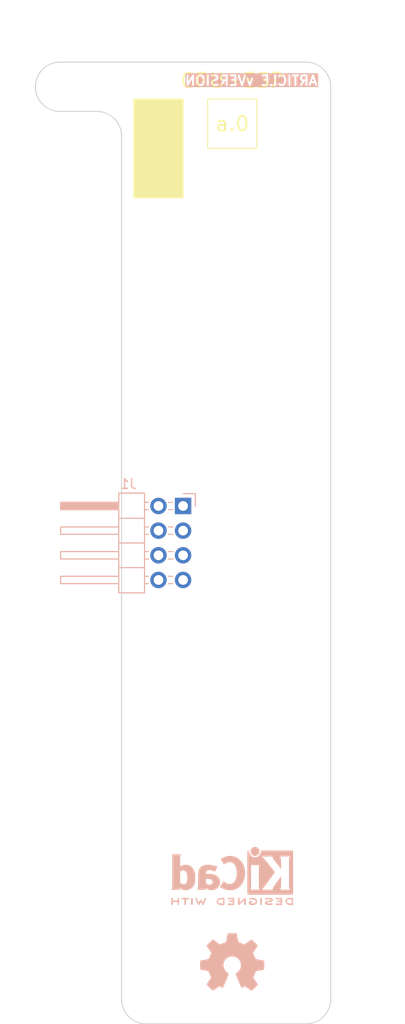
<source format=kicad_pcb>
(kicad_pcb (version 20240108) (generator "pcbnew") (generator_version "8.0")
  (title_block (title "${article} v${version}"))
  (layers (0 "F.Cu" signal) (31 "B.Cu" signal) (34 "B.Paste" user) (35 "F.Paste" user) (36 "B.SilkS" user "B.Silkscreen") (37 "F.SilkS" user "F.Silkscreen") (38 "B.Mask" user) (39 "F.Mask" user) (44 "Edge.Cuts" user))
  (property "article" "ARTICLE")
  (property "version" "VERSION")
  (net 0 "")
  (net 1 "GND")
  (net 2 "+3.3V")
  (net 3 "/CS")
  (net 4 "/MISO")
  (net 5 "/SCK")
  (net 6 "/MOSI")
  (footprint "Symbol:OSHW-Symbol_6.7x6mm_SilkScreen" (layer "B.Cu") (at 71.12 143.51 180)
    (property "Reference" "REF**" (hide yes))
    (property "Value" "OSHW-Symbol_6.7x6mm_SilkScreen" (hide yes))
  )
  (footprint "Symbol:KiCad-Logo2_5mm_SilkScreen" (layer "B.Cu") (at 71.12 134.62 180)
    (property "Reference" "Logo_kicad" (hide yes))
    (property "Value" "KiCad-Logo2_5mm_SilkScreen" (hide yes))
  )
  (footprint "Connector_PinHeader_2.54mm:PinHeader_2x04_P2.54mm_Horizontal" (layer "B.Cu") (at 66.04 96.52 180)
    (property "Reference" "J1" (at 5.655 2.27 0) (layer "B.SilkS") (effects (justify mirror)))
    (property "Value" "PinHeader_02x04_P2.54_THT_angle")
    (pad "1" thru_hole rect (at 0 0 180) (size 1.7 1.7) (drill 1) (layers "*.Cu" "*.Mask") (net 2 "+3.3V"))
    (pad "2" thru_hole oval (at 2.54 0 180) (size 1.7 1.7) (drill 1) (layers "*.Cu" "*.Mask") (net 2 "+3.3V"))
    (pad "3" thru_hole oval (at 0 -2.54 180) (size 1.7 1.7) (drill 1) (layers "*.Cu" "*.Mask") (net 6 "/MOSI"))
    (pad "4" thru_hole oval (at 2.54 -2.54 180) (size 1.7 1.7) (drill 1) (layers "*.Cu" "*.Mask") (net 5 "/SCK"))
    (pad "5" thru_hole oval (at 0 -5.08 180) (size 1.7 1.7) (drill 1) (layers "*.Cu" "*.Mask") (net 4 "/MISO"))
    (pad "6" thru_hole oval (at 2.54 -5.08 180) (size 1.7 1.7) (drill 1) (layers "*.Cu" "*.Mask") (net 3 "/CS"))
    (pad "7" thru_hole oval (at 0 -7.62 180) (size 1.7 1.7) (drill 1) (layers "*.Cu" "*.Mask") (net 1 "GND"))
    (pad "8" thru_hole oval (at 2.54 -7.62 180) (size 1.7 1.7) (drill 1) (layers "*.Cu" "*.Mask") (net 1 "GND"))
  )
  (gr_rect (start 68.58 54.61) (end 73.66 59.69) (stroke (width 0.1)) (fill none) (layer "F.SilkS"))
  (gr_rect (start 60.96 54.61) (end 66.04 64.77) (stroke (width 0.1)) (fill solid) (layer "F.SilkS"))
  (gr_line (start 53.34 55.88) (end 57.15 55.88) (stroke (width 0.1)) (layer "Edge.Cuts"))
  (gr_line (start 53.34 50.8) (end 78.74 50.8) (stroke (width 0.1)) (layer "Edge.Cuts"))
  (gr_line (start 59.69 58.42) (end 59.69 147.32) (stroke (width 0.1)) (layer "Edge.Cuts"))
  (gr_arc (start 62.23 149.86) (mid 60.433949 149.116051) (end 59.69 147.32) (stroke (width 0.1)) (layer "Edge.Cuts"))
  (gr_arc (start 78.74 50.8) (mid 80.536051 51.543949) (end 81.28 53.34) (stroke (width 0.1)) (layer "Edge.Cuts"))
  (gr_line (start 81.28 53.34) (end 81.28 147.32) (stroke (width 0.1)) (layer "Edge.Cuts"))
  (gr_arc (start 53.34 55.88) (mid 51.543949 55.136051) (end 50.8 53.34) (stroke (width 0.1)) (layer "Edge.Cuts"))
  (gr_arc (start 57.15 55.88) (mid 58.946051 56.623949) (end 59.69 58.42) (stroke (width 0.1)) (layer "Edge.Cuts"))
  (gr_line (start 62.23 149.86) (end 78.74 149.86) (stroke (width 0.1)) (layer "Edge.Cuts"))
  (gr_arc (start 50.8 53.34) (mid 51.543949 51.543949) (end 53.34 50.8) (stroke (width 0.1)) (layer "Edge.Cuts"))
  (gr_arc (start 81.28 147.32) (mid 80.536051 149.116051) (end 78.74 149.86) (stroke (width 0.1)) (layer "Edge.Cuts"))
  (gr_text "${article} v${version}" (at 80.01 52.705 0) (layer "B.SilkS" knockout) (effects (font (size 1 1) (thickness 0.2) (bold yes)) (justify left mirror)))
  (gr_text "CPU-ESP" (at 71.12 52.705 0) (layer "F.SilkS") (effects (font (size 1.5 1.5) (thickness 0.2))))
  (gr_text "a.0" (at 71.12 57.15 0) (layer "F.SilkS") (effects (font (size 1.5 1.5) (thickness 0.2))))
)
</source>
